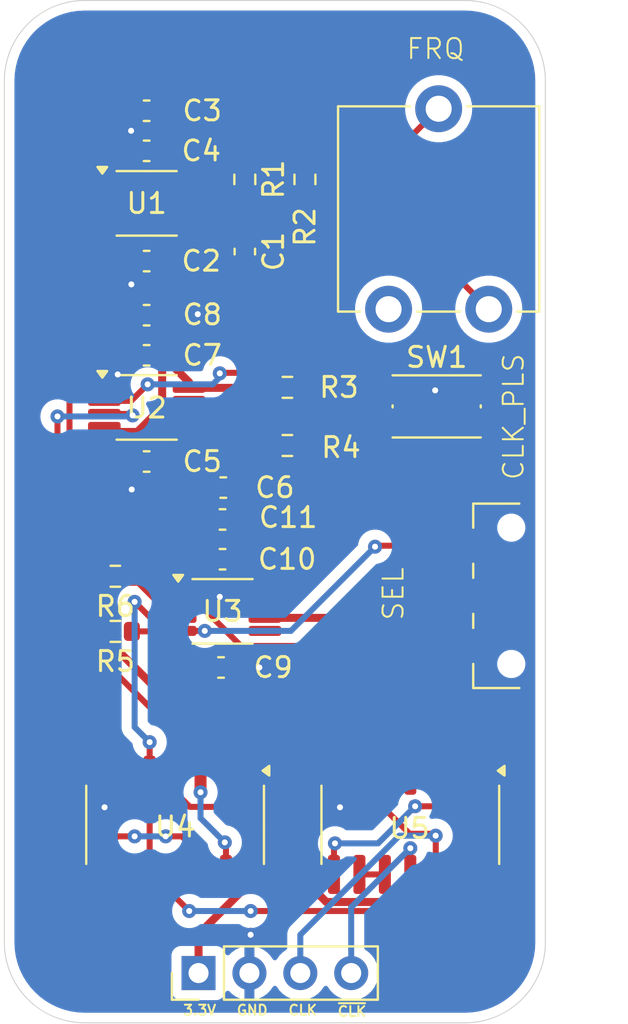
<source format=kicad_pcb>
(kicad_pcb (version 20240108) (generator "pcbnew") (generator_version "8.0")
  (layers (0 "F.Cu" signal) (31 "B.Cu" signal) (34 "B.Paste" user) (35 "F.Paste" user) (36 "B.SilkS" user "B.Silkscreen") (37 "F.SilkS" user "F.Silkscreen") (38 "B.Mask" user) (39 "F.Mask" user) (44 "Edge.Cuts" user))
  (net 0 "")
  (net 1 "Net-(U1-THR)")
  (net 2 "GND")
  (net 3 "VCC")
  (net 4 "Net-(U1-DIS)")
  (net 5 "Net-(R2-Pad2)")
  (net 7 "Net-(U2-CV)")
  (net 8 "Net-(U1-CV)")
  (net 9 "Net-(U2-DIS)")
  (net 10 "Net-(U3-CV)")
  (net 11 "Net-(U2-TR)")
  (net 12 "Net-(SW2-C)")
  (net 13 "Net-(SW2-A)")
  (net 14 "Net-(U1-Q)")
  (net 15 "Net-(U2-Q)")
  (net 17 "Net-(U3-Q)")
  (net 18 "Net-(U4-Pad10)")
  (net 19 "Net-(U4-Pad13)")
  (net 20 "Net-(U4-Pad11)")
  (net 21 "Net-(U4-Pad12)")
  (net 22 "Net-(J1-Pin_3)")
  (net 23 "Net-(U5-Pad2)")
  (net 24 "Net-(J1-Pin_4)")
  (net 25 "/HLT")
  (net 26 "Net-(U5-Pad3)")
  (footprint "Capacitor_SMD:C_0603_1608Metric" (layer "F.Cu") (at 43.1 59.5 180)
    (property "Reference" "C3" (at -2.775 0 0) (layer "F.SilkS"))
    (property "Value" "0.1µF")
    (fp_line (start -0.14058 0.51) (end 0.14058 0.51) (stroke (width 0.12)) (layer "F.SilkS"))
    (fp_line (start -0.14058 -0.51) (end 0.14058 -0.51) (stroke (width 0.12)) (layer "F.SilkS"))
    (pad "1" smd roundrect (at -0.775 0 180) (size 0.9 0.95) (layers "F.Cu" "F.Paste" "F.Mask") (net 3 "VCC"))
    (pad "2" smd roundrect (at 0.775 0 180) (size 0.9 0.95) (layers "F.Cu" "F.Paste" "F.Mask") (net 2 "GND"))
  )
  (footprint "Package_SO:VSSOP-8_3x3mm_P0.65mm" (layer "F.Cu") (at 46.8875 84.475)
    (property "Reference" "U3" (at 0 0 0) (layer "F.SilkS"))
    (property "Value" "LM555xMM" (hide yes))
    (fp_line (start 0 -1.61) (end -1.5 -1.61) (stroke (width 0.12)) (layer "F.SilkS"))
    (fp_line (start 0 -1.61) (end 1.5 -1.61) (stroke (width 0.12)) (layer "F.SilkS"))
    (fp_line (start 0 1.61) (end -1.5 1.61) (stroke (width 0.12)) (layer "F.SilkS"))
    (fp_line (start 0 1.61) (end 1.5 1.61) (stroke (width 0.12)) (layer "F.SilkS"))
    (fp_poly (pts (xy -2.2125 -1.485) (xy -2.4525 -1.815) (xy -1.9725 -1.815) (xy -2.2125 -1.485)) (stroke (width 0.12)) (fill solid) (layer "F.SilkS"))
    (pad "1" smd roundrect (at -2.1125 -0.975) (size 1.625 0.5) (layers "F.Cu" "F.Paste" "F.Mask") (net 2 "GND"))
    (pad "2" smd roundrect (at -2.1125 -0.325) (size 1.625 0.5) (layers "F.Cu" "F.Paste" "F.Mask") (net 13 "Net-(SW2-A)"))
    (pad "3" smd roundrect (at -2.1125 0.325) (size 1.625 0.5) (layers "F.Cu" "F.Paste" "F.Mask") (net 17 "Net-(U3-Q)"))
    (pad "4" smd roundrect (at -2.1125 0.975) (size 1.625 0.5) (layers "F.Cu" "F.Paste" "F.Mask") (net 12 "Net-(SW2-C)"))
    (pad "5" smd roundrect (at 2.1125 0.975) (size 1.625 0.5) (layers "F.Cu" "F.Paste" "F.Mask") (net 10 "Net-(U3-CV)"))
    (pad "6" smd roundrect (at 2.1125 0.325) (size 1.625 0.5) (layers "F.Cu" "F.Paste" "F.Mask") (net 2 "GND"))
    (pad "7" smd roundrect (at 2.1125 -0.325) (size 1.625 0.5) (layers "F.Cu" "F.Paste" "F.Mask"))
    (pad "8" smd roundrect (at 2.1125 -0.975) (size 1.625 0.5) (layers "F.Cu" "F.Paste" "F.Mask") (net 3 "VCC"))
  )
  (footprint "Capacitor_SMD:C_0603_1608Metric" (layer "F.Cu") (at 43.1 69.7)
    (property "Reference" "C8" (at 2.775 -0.025 0) (layer "F.SilkS"))
    (property "Value" "0.1µF")
    (fp_line (start -0.14058 -0.51) (end 0.14058 -0.51) (stroke (width 0.12)) (layer "F.SilkS"))
    (fp_line (start -0.14058 0.51) (end 0.14058 0.51) (stroke (width 0.12)) (layer "F.SilkS"))
    (pad "1" smd roundrect (at -0.775 0) (size 0.9 0.95) (layers "F.Cu" "F.Paste" "F.Mask") (net 3 "VCC"))
    (pad "2" smd roundrect (at 0.775 0) (size 0.9 0.95) (layers "F.Cu" "F.Paste" "F.Mask") (net 2 "GND"))
  )
  (footprint "Button_Switch_SMD:SW_SPDT_CK_JS102011SAQN" (layer "F.Cu") (at 61.3 83.7 90)
    (property "Reference" "SW2" (hide yes))
    (property "Value" "SW_SPDT")
    (fp_line (start 4.6 -1.9) (end 4.6 0.4) (stroke (width 0.12)) (layer "F.SilkS"))
    (fp_line (start 3.4 -1.9) (end 4.6 -1.9) (stroke (width 0.12)) (layer "F.SilkS"))
    (fp_line (start 1.6 -1.9) (end 0.9 -1.9) (stroke (width 0.12)) (layer "F.SilkS"))
    (fp_line (start -0.9 -1.9) (end -1.6 -1.9) (stroke (width 0.12)) (layer "F.SilkS"))
    (fp_line (start -4.6 -1.9) (end -3.4 -1.9) (stroke (width 0.12)) (layer "F.SilkS"))
    (fp_line (start -4.6 0.4) (end -4.6 -1.9) (stroke (width 0.12)) (layer "F.SilkS"))
    (pad "" np_thru_hole circle (at -3.4 0 90) (size 0.9 0.9) (drill 0.9) (layers "*.Cu" "*.Mask"))
    (pad "" np_thru_hole circle (at 3.4 0 90) (size 0.9 0.9) (drill 0.9) (layers "*.Cu" "*.Mask"))
    (pad "1" smd roundrect (at -2.5 -2.75 90) (size 1.25 2.5) (layers "F.Cu" "F.Paste" "F.Mask") (roundrect_rratio 0.2) (net 13 "Net-(SW2-A)"))
    (pad "2" smd roundrect (at 0 -2.75 90) (size 1.25 2.5) (layers "F.Cu" "F.Paste" "F.Mask") (roundrect_rratio 0.2) (net 2 "GND"))
    (pad "3" smd roundrect (at 2.5 -2.75 90) (size 1.25 2.5) (layers "F.Cu" "F.Paste" "F.Mask") (roundrect_rratio 0.2) (net 12 "Net-(SW2-C)"))
  )
  (footprint "Package_SO:SOIC-14_3.9x8.7mm_P1.27mm" (layer "F.Cu") (at 56.26 95.125 -90)
    (property "Reference" "U5" (at 0.175 0.04 180) (layer "F.SilkS"))
    (property "Value" "7400")
    (fp_line (start 0 4.435) (end -1.95 4.435) (stroke (width 0.12)) (layer "F.SilkS"))
    (fp_line (start 0 4.435) (end 1.95 4.435) (stroke (width 0.12)) (layer "F.SilkS"))
    (fp_line (start 0 -4.435) (end -1.95 -4.435) (stroke (width 0.12)) (layer "F.SilkS"))
    (fp_line (start 0 -4.435) (end 1.95 -4.435) (stroke (width 0.12)) (layer "F.SilkS"))
    (fp_poly (pts (xy -2.7 -4.37) (xy -2.94 -4.7) (xy -2.46 -4.7) (xy -2.7 -4.37)) (stroke (width 0.12)) (fill solid) (layer "F.SilkS"))
    (pad "1" smd roundrect (at -2.475 -3.81 270) (size 1.95 0.6) (layers "F.Cu" "F.Paste" "F.Mask") (net 20 "Net-(U4-Pad11)"))
    (pad "2" smd roundrect (at -2.475 -2.54 270) (size 1.95 0.6) (layers "F.Cu" "F.Paste" "F.Mask") (net 23 "Net-(U5-Pad2)"))
    (pad "3" smd roundrect (at -2.475 -1.27 270) (size 1.95 0.6) (layers "F.Cu" "F.Paste" "F.Mask") (net 26 "Net-(U5-Pad3)"))
    (pad "4" smd roundrect (at -2.475 0 270) (size 1.95 0.6) (layers "F.Cu" "F.Paste" "F.Mask") (net 26 "Net-(U5-Pad3)"))
    (pad "5" smd roundrect (at -2.475 1.27 270) (size 1.95 0.6) (layers "F.Cu" "F.Paste" "F.Mask") (net 26 "Net-(U5-Pad3)"))
    (pad "6" smd roundrect (at -2.475 2.54 270) (size 1.95 0.6) (layers "F.Cu" "F.Paste" "F.Mask") (net 22 "Net-(J1-Pin_3)"))
    (pad "7" smd roundrect (at -2.475 3.81 270) (size 1.95 0.6) (layers "F.Cu" "F.Paste" "F.Mask") (net 2 "GND"))
    (pad "8" smd roundrect (at 2.475 3.81 270) (size 1.95 0.6) (layers "F.Cu" "F.Paste" "F.Mask") (net 23 "Net-(U5-Pad2)"))
    (pad "9" smd roundrect (at 2.475 2.54 270) (size 1.95 0.6) (layers "F.Cu" "F.Paste" "F.Mask") (net 25 "/HLT"))
    (pad "10" smd roundrect (at 2.475 1.27 270) (size 1.95 0.6) (layers "F.Cu" "F.Paste" "F.Mask") (net 25 "/HLT"))
    (pad "11" smd roundrect (at 2.475 0 270) (size 1.95 0.6) (layers "F.Cu" "F.Paste" "F.Mask") (net 24 "Net-(J1-Pin_4)"))
    (pad "12" smd roundrect (at 2.475 -1.27 270) (size 1.95 0.6) (layers "F.Cu" "F.Paste" "F.Mask") (net 22 "Net-(J1-Pin_3)"))
    (pad "13" smd roundrect (at 2.475 -2.54 270) (size 1.95 0.6) (layers "F.Cu" "F.Paste" "F.Mask") (net 22 "Net-(J1-Pin_3)"))
    (pad "14" smd roundrect (at 2.475 -3.81 270) (size 1.95 0.6) (layers "F.Cu" "F.Paste" "F.Mask") (net 3 "VCC"))
  )
  (footprint "Resistor_SMD:R_0603_1608Metric" (layer "F.Cu") (at 50.125 76.2 180)
    (property "Reference" "R4" (at -2.675 -0.1 0) (layer "F.SilkS"))
    (property "Value" "1M")
    (fp_line (start -0.237258 0.5225) (end 0.237258 0.5225) (stroke (width 0.12)) (layer "F.SilkS"))
    (fp_line (start -0.237258 -0.5225) (end 0.237258 -0.5225) (stroke (width 0.12)) (layer "F.SilkS"))
    (pad "1" smd roundrect (at -0.825 0 180) (size 0.8 0.95) (layers "F.Cu" "F.Paste" "F.Mask") (net 3 "VCC"))
    (pad "2" smd roundrect (at 0.825 0 180) (size 0.8 0.95) (layers "F.Cu" "F.Paste" "F.Mask") (net 9 "Net-(U2-DIS)"))
  )
  (footprint "Capacitor_SMD:C_0603_1608Metric" (layer "F.Cu") (at 43.1 67 180)
    (property "Reference" "C2" (at -2.725 0 0) (layer "F.SilkS"))
    (property "Value" "0.01µF")
    (fp_line (start -0.14058 0.51) (end 0.14058 0.51) (stroke (width 0.12)) (layer "F.SilkS"))
    (fp_line (start -0.14058 -0.51) (end 0.14058 -0.51) (stroke (width 0.12)) (layer "F.SilkS"))
    (pad "1" smd roundrect (at -0.775 0 180) (size 0.9 0.95) (layers "F.Cu" "F.Paste" "F.Mask") (net 8 "Net-(U1-CV)"))
    (pad "2" smd roundrect (at 0.775 0 180) (size 0.9 0.95) (layers "F.Cu" "F.Paste" "F.Mask") (net 2 "GND"))
  )
  (footprint "Connector_PinHeader_2.54mm:PinHeader_1x04_P2.54mm_Vertical" (layer "F.Cu") (at 45.69 102.52 90)
    (property "Reference" "J1" (hide yes))
    (property "Value" "Conn_01x04_Pin" (hide yes))
    (fp_line (start -1.33 -1.33) (end 0 -1.33) (stroke (width 0.12)) (layer "F.SilkS"))
    (fp_line (start -1.33 0) (end -1.33 -1.33) (stroke (width 0.12)) (layer "F.SilkS"))
    (fp_line (start 1.33 1.27) (end 1.33 8.95) (stroke (width 0.12)) (layer "F.SilkS"))
    (fp_line (start -1.33 1.27) (end 1.33 1.27) (stroke (width 0.12)) (layer "F.SilkS"))
    (fp_line (start -1.33 1.27) (end -1.33 8.95) (stroke (width 0.12)) (layer "F.SilkS"))
    (fp_line (start -1.33 8.95) (end 1.33 8.95) (stroke (width 0.12)) (layer "F.SilkS"))
    (pad "1" thru_hole rect (at 0 0 90) (size 1.7 1.7) (drill 1) (layers "*.Cu" "*.Mask") (net 3 "VCC"))
    (pad "2" thru_hole oval (at 0 2.54 90) (size 1.7 1.7) (drill 1) (layers "*.Cu" "*.Mask") (net 2 "GND"))
    (pad "3" thru_hole oval (at 0 5.08 90) (size 1.7 1.7) (drill 1) (layers "*.Cu" "*.Mask") (net 22 "Net-(J1-Pin_3)"))
    (pad "4" thru_hole oval (at 0 7.62 90) (size 1.7 1.7) (drill 1) (layers "*.Cu" "*.Mask") (net 24 "Net-(J1-Pin_4)"))
  )
  (footprint "Resistor_SMD:R_0603_1608Metric" (layer "F.Cu") (at 48 62.925 -90)
    (property "Reference" "R1" (at 0 -1.43 90) (layer "F.SilkS"))
    (property "Value" "1K")
    (fp_line (start -0.237258 0.5225) (end 0.237258 0.5225) (stroke (width 0.12)) (layer "F.SilkS"))
    (fp_line (start -0.237258 -0.5225) (end 0.237258 -0.5225) (stroke (width 0.12)) (layer "F.SilkS"))
    (pad "1" smd roundrect (at -0.825 0 270) (size 0.8 0.95) (layers "F.Cu" "F.Paste" "F.Mask") (net 3 "VCC"))
    (pad "2" smd roundrect (at 0.825 0 270) (size 0.8 0.95) (layers "F.Cu" "F.Paste" "F.Mask") (net 4 "Net-(U1-DIS)"))
  )
  (footprint "Resistor_SMD:R_0603_1608Metric" (layer "F.Cu") (at 41.5375 85.475)
    (property "Reference" "R5" (at 0 1.5 0) (layer "F.SilkS"))
    (property "Value" "1K")
    (fp_line (start -0.237258 -0.5225) (end 0.237258 -0.5225) (stroke (width 0.12)) (layer "F.SilkS"))
    (fp_line (start -0.237258 0.5225) (end 0.237258 0.5225) (stroke (width 0.12)) (layer "F.SilkS"))
    (pad "1" smd roundrect (at -0.825 0) (size 0.8 0.95) (layers "F.Cu" "F.Paste" "F.Mask") (net 3 "VCC"))
    (pad "2" smd roundrect (at 0.825 0) (size 0.8 0.95) (layers "F.Cu" "F.Paste" "F.Mask") (net 12 "Net-(SW2-C)"))
  )
  (footprint "Capacitor_SMD:C_0603_1608Metric" (layer "F.Cu") (at 46.925 78.3 180)
    (property "Reference" "C6" (at -2.575 0 0) (layer "F.SilkS"))
    (property "Value" "0.1µF")
    (fp_line (start -0.14058 0.51) (end 0.14058 0.51) (stroke (width 0.12)) (layer "F.SilkS"))
    (fp_line (start -0.14058 -0.51) (end 0.14058 -0.51) (stroke (width 0.12)) (layer "F.SilkS"))
    (pad "1" smd roundrect (at -0.775 0 180) (size 0.9 0.95) (layers "F.Cu" "F.Paste" "F.Mask") (net 9 "Net-(U2-DIS)"))
    (pad "2" smd roundrect (at 0.775 0 180) (size 0.9 0.95) (layers "F.Cu" "F.Paste" "F.Mask") (net 2 "GND"))
  )
  (footprint "Package_SO:VSSOP-8_3x3mm_P0.65mm" (layer "F.Cu") (at 43.1 74.3)
    (property "Reference" "U2" (at 0 0.025 0) (layer "F.SilkS"))
    (property "Value" "LM555xMM" (hide yes))
    (fp_line (start 0 -1.61) (end -1.5 -1.61) (stroke (width 0.12)) (layer "F.SilkS"))
    (fp_line (start 0 -1.61) (end 1.5 -1.61) (stroke (width 0.12)) (layer "F.SilkS"))
    (fp_line (start 0 1.61) (end -1.5 1.61) (stroke (width 0.12)) (layer "F.SilkS"))
    (fp_line (start 0 1.61) (end 1.5 1.61) (stroke (width 0.12)) (layer "F.SilkS"))
    (fp_poly (pts (xy -2.2125 -1.485) (xy -2.4525 -1.815) (xy -1.9725 -1.815) (xy -2.2125 -1.485)) (stroke (width 0.12)) (fill solid) (layer "F.SilkS"))
    (pad "1" smd roundrect (at -2.1125 -0.975) (size 1.625 0.5) (layers "F.Cu" "F.Paste" "F.Mask") (net 2 "GND"))
    (pad "2" smd roundrect (at -2.1125 -0.325) (size 1.625 0.5) (layers "F.Cu" "F.Paste" "F.Mask") (net 11 "Net-(U2-TR)"))
    (pad "3" smd roundrect (at -2.1125 0.325) (size 1.625 0.5) (layers "F.Cu" "F.Paste" "F.Mask") (net 15 "Net-(U2-Q)"))
    (pad "4" smd roundrect (at -2.1125 0.975) (size 1.625 0.5) (layers "F.Cu" "F.Paste" "F.Mask") (net 3 "VCC"))
    (pad "5" smd roundrect (at 2.1125 0.975) (size 1.625 0.5) (layers "F.Cu" "F.Paste" "F.Mask") (net 7 "Net-(U2-CV)"))
    (pad "6" smd roundrect (at 2.1125 0.325) (size 1.625 0.5) (layers "F.Cu" "F.Paste" "F.Mask") (net 9 "Net-(U2-DIS)"))
    (pad "7" smd roundrect (at 2.1125 -0.325) (size 1.625 0.5) (layers "F.Cu" "F.Paste" "F.Mask") (net 9 "Net-(U2-DIS)"))
    (pad "8" smd roundrect (at 2.1125 -0.975) (size 1.625 0.5) (layers "F.Cu" "F.Paste" "F.Mask") (net 3 "VCC"))
  )
  (footprint "Capacitor_SMD:C_0603_1608Metric" (layer "F.Cu") (at 43.1 61.5 180)
    (property "Reference" "C4" (at -2.725 0 0) (layer "F.SilkS"))
    (property "Value" "1µF")
    (fp_line (start -0.14058 0.51) (end 0.14058 0.51) (stroke (width 0.12)) (layer "F.SilkS"))
    (fp_line (start -0.14058 -0.51) (end 0.14058 -0.51) (stroke (width 0.12)) (layer "F.SilkS"))
    (pad "1" smd roundrect (at -0.775 0 180) (size 0.9 0.95) (layers "F.Cu" "F.Paste" "F.Mask") (net 3 "VCC"))
    (pad "2" smd roundrect (at 0.775 0 180) (size 0.9 0.95) (layers "F.Cu" "F.Paste" "F.Mask") (net 2 "GND"))
  )
  (footprint "Package_SO:VSSOP-8_3x3mm_P0.65mm" (layer "F.Cu") (at 43.1 64.12)
    (property "Reference" "U1" (at 0 0 0) (layer "F.SilkS"))
    (property "Value" "LM555xMM" (hide yes))
    (fp_line (start 0 -1.61) (end -1.5 -1.61) (stroke (width 0.12)) (layer "F.SilkS"))
    (fp_line (start 0 -1.61) (end 1.5 -1.61) (stroke (width 0.12)) (layer "F.SilkS"))
    (fp_line (start 0 1.61) (end -1.5 1.61) (stroke (width 0.12)) (layer "F.SilkS"))
    (fp_line (start 0 1.61) (end 1.5 1.61) (stroke (width 0.12)) (layer "F.SilkS"))
    (fp_poly (pts (xy -2.2125 -1.485) (xy -2.4525 -1.815) (xy -1.9725 -1.815) (xy -2.2125 -1.485)) (stroke (width 0.12)) (fill solid) (layer "F.SilkS"))
    (pad "1" smd roundrect (at -2.1125 -0.975) (size 1.625 0.5) (layers "F.Cu" "F.Paste" "F.Mask") (net 2 "GND"))
    (pad "2" smd roundrect (at -2.1125 -0.325) (size 1.625 0.5) (layers "F.Cu" "F.Paste" "F.Mask") (net 1 "Net-(U1-THR)"))
    (pad "3" smd roundrect (at -2.1125 0.325) (size 1.625 0.5) (layers "F.Cu" "F.Paste" "F.Mask") (net 14 "Net-(U1-Q)"))
    (pad "4" smd roundrect (at -2.1125 0.975) (size 1.625 0.5) (layers "F.Cu" "F.Paste" "F.Mask") (net 3 "VCC"))
    (pad "5" smd roundrect (at 2.1125 0.975) (size 1.625 0.5) (layers "F.Cu" "F.Paste" "F.Mask") (net 8 "Net-(U1-CV)"))
    (pad "6" smd roundrect (at 2.1125 0.325) (size 1.625 0.5) (layers "F.Cu" "F.Paste" "F.Mask") (net 1 "Net-(U1-THR)"))
    (pad "7" smd roundrect (at 2.1125 -0.325) (size 1.625 0.5) (layers "F.Cu" "F.Paste" "F.Mask") (net 4 "Net-(U1-DIS)"))
    (pad "8" smd roundrect (at 2.1125 -0.975) (size 1.625 0.5) (layers "F.Cu" "F.Paste" "F.Mask") (net 3 "VCC"))
  )
  (footprint "Resistor_SMD:R_0603_1608Metric" (layer "F.Cu") (at 51 62.925 90)
    (property "Reference" "R2" (at -2.375 0 90) (layer "F.SilkS"))
    (property "Value" "1K")
    (fp_line (start -0.237258 -0.5225) (end 0.237258 -0.5225) (stroke (width 0.12)) (layer "F.SilkS"))
    (fp_line (start -0.237258 0.5225) (end 0.237258 0.5225) (stroke (width 0.12)) (layer "F.SilkS"))
    (pad "1" smd roundrect (at -0.825 0 90) (size 0.8 0.95) (layers "F.Cu" "F.Paste" "F.Mask") (net 4 "Net-(U1-DIS)"))
    (pad "2" smd roundrect (at 0.825 0 90) (size 0.8 0.95) (layers "F.Cu" "F.Paste" "F.Mask") (net 5 "Net-(R2-Pad2)"))
  )
  (footprint "Capacitor_SMD:C_0603_1608Metric" (layer "F.Cu") (at 48 66.525 -90)
    (property "Reference" "C1" (at 0 -1.43 90) (layer "F.SilkS"))
    (property "Value" "1µF")
    (fp_line (start -0.14058 0.51) (end 0.14058 0.51) (stroke (width 0.12)) (layer "F.SilkS"))
    (fp_line (start -0.14058 -0.51) (end 0.14058 -0.51) (stroke (width 0.12)) (layer "F.SilkS"))
    (pad "1" smd roundrect (at -0.775 0 270) (size 0.9 0.95) (layers "F.Cu" "F.Paste" "F.Mask") (net 1 "Net-(U1-THR)"))
    (pad "2" smd roundrect (at 0.775 0 270) (size 0.9 0.95) (layers "F.Cu" "F.Paste" "F.Mask") (net 2 "GND"))
  )
  (footprint "Capacitor_SMD:C_0603_1608Metric" (layer "F.Cu") (at 46.8875 81.875 180)
    (property "Reference" "C10" (at -3.225 0 0) (layer "F.SilkS"))
    (property "Value" "1µF")
    (fp_line (start -0.14058 0.51) (end 0.14058 0.51) (stroke (width 0.12)) (layer "F.SilkS"))
    (fp_line (start -0.14058 -0.51) (end 0.14058 -0.51) (stroke (width 0.12)) (layer "F.SilkS"))
    (pad "1" smd roundrect (at -0.775 0 180) (size 0.9 0.95) (layers "F.Cu" "F.Paste" "F.Mask") (net 3 "VCC"))
    (pad "2" smd roundrect (at 0.775 0 180) (size 0.9 0.95) (layers "F.Cu" "F.Paste" "F.Mask") (net 2 "GND"))
  )
  (footprint "Resistor_SMD:R_0603_1608Metric" (layer "F.Cu") (at 41.5375 82.725)
    (property "Reference" "R6" (at 0 1.5 0) (layer "F.SilkS"))
    (property "Value" "1K")
    (fp_line (start -0.237258 -0.5225) (end 0.237258 -0.5225) (stroke (width 0.12)) (layer "F.SilkS"))
    (fp_line (start -0.237258 0.5225) (end 0.237258 0.5225) (stroke (width 0.12)) (layer "F.SilkS"))
    (pad "1" smd roundrect (at -0.825 0) (size 0.8 0.95) (layers "F.Cu" "F.Paste" "F.Mask") (net 3 "VCC"))
    (pad "2" smd roundrect (at 0.825 0) (size 0.8 0.95) (layers "F.Cu" "F.Paste" "F.Mask") (net 13 "Net-(SW2-A)"))
  )
  (footprint "Button_Switch_SMD:SW_Push_1P1T_NO_CK_KMR2" (layer "F.Cu") (at 57.575 74.25)
    (property "Reference" "SW1" (at 0 -2.45 0) (layer "F.SilkS"))
    (property "Value" "SW_Push")
    (fp_line (start -2.2 0.05) (end -2.2 -0.05) (stroke (width 0.12)) (layer "F.SilkS"))
    (fp_line (start -2.2 1.55) (end 2.2 1.55) (stroke (width 0.12)) (layer "F.SilkS"))
    (fp_line (start 2.2 -1.55) (end -2.2 -1.55) (stroke (width 0.12)) (layer "F.SilkS"))
    (fp_line (start 2.2 0.05) (end 2.2 -0.05) (stroke (width 0.12)) (layer "F.SilkS"))
    (pad "1" smd rect (at -2.05 -0.8) (size 0.9 1) (layers "F.Cu" "F.Paste" "F.Mask") (net 2 "GND"))
    (pad "1" smd rect (at 2.05 -0.8) (size 0.9 1) (layers "F.Cu" "F.Paste" "F.Mask") (net 2 "GND"))
    (pad "2" smd rect (at -2.05 0.8) (size 0.9 1) (layers "F.Cu" "F.Paste" "F.Mask") (net 11 "Net-(U2-TR)"))
    (pad "2" smd rect (at 2.05 0.8) (size 0.9 1) (layers "F.Cu" "F.Paste" "F.Mask") (net 11 "Net-(U2-TR)"))
  )
  (footprint "Resistor_SMD:R_0603_1608Metric" (layer "F.Cu") (at 50.125 73.3 180)
    (property "Reference" "R3" (at -2.575 0 0) (layer "F.SilkS"))
    (property "Value" "1K")
    (fp_line (start -0.237258 0.5225) (end 0.237258 0.5225) (stroke (width 0.12)) (layer "F.SilkS"))
    (fp_line (start -0.237258 -0.5225) (end 0.237258 -0.5225) (stroke (width 0.12)) (layer "F.SilkS"))
    (pad "1" smd roundrect (at -0.825 0 180) (size 0.8 0.95) (layers "F.Cu" "F.Paste" "F.Mask") (net 11 "Net-(U2-TR)"))
    (pad "2" smd roundrect (at 0.825 0 180) (size 0.8 0.95) (layers "F.Cu" "F.Paste" "F.Mask") (net 3 "VCC"))
  )
  (footprint "Capacitor_SMD:C_0603_1608Metric" (layer "F.Cu") (at 43.1 71.7 180)
    (property "Reference" "C7" (at -2.775 0 0) (layer "F.SilkS"))
    (property "Value" "1µF")
    (fp_line (start -0.14058 0.51) (end 0.14058 0.51) (stroke (width 0.12)) (layer "F.SilkS"))
    (fp_line (start -0.14058 -0.51) (end 0.14058 -0.51) (stroke (width 0.12)) (layer "F.SilkS"))
    (pad "1" smd roundrect (at -0.775 0 180) (size 0.9 0.95) (layers "F.Cu" "F.Paste" "F.Mask") (net 3 "VCC"))
    (pad "2" smd roundrect (at 0.775 0 180) (size 0.9 0.95) (layers "F.Cu" "F.Paste" "F.Mask") (net 2 "GND"))
  )
  (footprint "Capacitor_SMD:C_0603_1608Metric" (layer "F.Cu") (at 46.8125 87.275)
    (property "Reference" "C9" (at 2.6 0 0) (layer "F.SilkS"))
    (property "Value" "0.01µF")
    (fp_line (start -0.14058 -0.51) (end 0.14058 -0.51) (stroke (width 0.12)) (layer "F.SilkS"))
    (fp_line (start -0.14058 0.51) (end 0.14058 0.51) (stroke (width 0.12)) (layer "F.SilkS"))
    (pad "1" smd roundrect (at -0.775 0) (size 0.9 0.95) (layers "F.Cu" "F.Paste" "F.Mask") (net 10 "Net-(U3-CV)"))
    (pad "2" smd roundrect (at 0.775 0) (size 0.9 0.95) (layers "F.Cu" "F.Paste" "F.Mask") (net 2 "GND"))
  )
  (footprint "Capacitor_SMD:C_0603_1608Metric" (layer "F.Cu") (at 46.8875 79.89)
    (property "Reference" "C11" (at 3.275 -0.1 0) (layer "F.SilkS"))
    (property "Value" "0.1µF")
    (fp_line (start -0.14058 -0.51) (end 0.14058 -0.51) (stroke (width 0.12)) (layer "F.SilkS"))
    (fp_line (start -0.14058 0.51) (end 0.14058 0.51) (stroke (width 0.12)) (layer "F.SilkS"))
    (pad "1" smd roundrect (at -0.775 0) (size 0.9 0.95) (layers "F.Cu" "F.Paste" "F.Mask") (net 3 "VCC"))
    (pad "2" smd roundrect (at 0.775 0) (size 0.9 0.95) (layers "F.Cu" "F.Paste" "F.Mask") (net 2 "GND"))
  )
  (footprint "Package_SO:SOIC-14_3.9x8.7mm_P1.27mm" (layer "F.Cu") (at 44.52 95.125 -90)
    (property "Reference" "U4" (at 0.1 0 180) (layer "F.SilkS"))
    (property "Value" "7400")
    (fp_line (start 0 4.435) (end -1.95 4.435) (stroke (width 0.12)) (layer "F.SilkS"))
    (fp_line (start 0 4.435) (end 1.95 4.435) (stroke (width 0.12)) (layer "F.SilkS"))
    (fp_line (start 0 -4.435) (end -1.95 -4.435) (stroke (width 0.12)) (layer "F.SilkS"))
    (fp_line (start 0 -4.435) (end 1.95 -4.435) (stroke (width 0.12)) (layer "F.SilkS"))
    (fp_poly (pts (xy -2.7 -4.37) (xy -2.94 -4.7) (xy -2.46 -4.7) (xy -2.7 -4.37)) (stroke (width 0.12)) (fill solid) (layer "F.SilkS"))
    (pad "1" smd roundrect (at -2.475 -3.81 270) (size 1.95 0.6) (layers "F.Cu" "F.Paste" "F.Mask") (net 17 "Net-(U3-Q)"))
    (pad "2" smd roundrect (at -2.475 -2.54 270) (size 1.95 0.6) (layers "F.Cu" "F.Paste" "F.Mask") (net 14 "Net-(U1-Q)"))
    (pad "3" smd roundrect (at -2.475 -1.27 270) (size 1.95 0.6) (layers "F.Cu" "F.Paste" "F.Mask") (net 19 "Net-(U4-Pad13)"))
    (pad "4" smd roundrect (at -2.475 0 270) (size 1.95 0.6) (layers "F.Cu" "F.Paste" "F.Mask") (net 17 "Net-(U3-Q)"))
    (pad "5" smd roundrect (at -2.475 1.27 270) (size 1.95 0.6) (layers "F.Cu" "F.Paste" "F.Mask") (net 17 "Net-(U3-Q)"))
    (pad "6" smd roundrect (at -2.475 2.54 270) (size 1.95 0.6) (layers "F.Cu" "F.Paste" "F.Mask") (net 18 "Net-(U4-Pad10)"))
    (pad "7" smd roundrect (at -2.475 3.81 270) (size 1.95 0.6) (layers "F.Cu" "F.Paste" "F.Mask") (net 2 "GND"))
    (pad "8" smd roundrect (at 2.475 3.81 270) (size 1.95 0.6) (layers "F.Cu" "F.Paste" "F.Mask") (net 21 "Net-(U4-Pad12)"))
    (pad "9" smd roundrect (at 2.475 2.54 270) (size 1.95 0.6) (layers "F.Cu" "F.Paste" "F.Mask") (net 15 "Net-(U2-Q)"))
    (pad "10" smd roundrect (at 2.475 1.27 270) (size 1.95 0.6) (layers "F.Cu" "F.Paste" "F.Mask") (net 18 "Net-(U4-Pad10)"))
    (pad "11" smd roundrect (at 2.475 0 270) (size 1.95 0.6) (layers "F.Cu" "F.Paste" "F.Mask") (net 20 "Net-(U4-Pad11)"))
    (pad "12" smd roundrect (at 2.475 -1.27 270) (size 1.95 0.6) (layers "F.Cu" "F.Paste" "F.Mask") (net 21 "Net-(U4-Pad12)"))
    (pad "13" smd roundrect (at 2.475 -2.54 270) (size 1.95 0.6) (layers "F.Cu" "F.Paste" "F.Mask") (net 19 "Net-(U4-Pad13)"))
    (pad "14" smd roundrect (at 2.475 -3.81 270) (size 1.95 0.6) (layers "F.Cu" "F.Paste" "F.Mask") (net 3 "VCC"))
  )
  (footprint "Capacitor_SMD:C_0603_1608Metric" (layer "F.Cu") (at 43.1 77 180)
    (property "Reference" "C5" (at -2.775 0 0) (layer "F.SilkS"))
    (property "Value" "0.01µF")
    (fp_line (start -0.14058 0.51) (end 0.14058 0.51) (stroke (width 0.12)) (layer "F.SilkS"))
    (fp_line (start -0.14058 -0.51) (end 0.14058 -0.51) (stroke (width 0.12)) (layer "F.SilkS"))
    (pad "1" smd roundrect (at -0.775 0 180) (size 0.9 0.95) (layers "F.Cu" "F.Paste" "F.Mask") (net 7 "Net-(U2-CV)"))
    (pad "2" smd roundrect (at 0.775 0 180) (size 0.9 0.95) (layers "F.Cu" "F.Paste" "F.Mask") (net 2 "GND"))
  )
  (footprint "Potentiometer_THT:Potentiometer_ACP_CA9-V10_Vertical" (layer "F.Cu") (at 60.175 69.4 90)
    (property "Reference" "RV1" (hide yes))
    (property "Value" "1M")
    (fp_line (start 10.12 -7.521) (end 10.12 -3.925) (stroke (width 0.12)) (layer "F.SilkS"))
    (fp_line (start -0.12 -7.521) (end 10.12 -7.521) (stroke (width 0.12)) (layer "F.SilkS"))
    (fp_line (start -0.12 -7.521) (end -0.12 -6.426) (stroke (width 0.12)) (layer "F.SilkS"))
    (fp_line (start -0.12 -3.574) (end -0.12 -1.425) (stroke (width 0.12)) (layer "F.SilkS"))
    (fp_line (start 10.12 -1.075) (end 10.12 2.52) (stroke (width 0.12)) (layer "F.SilkS"))
    (fp_line (start -0.12 1.425) (end -0.12 2.52) (stroke (width 0.12)) (layer "F.SilkS"))
    (fp_line (start -0.12 2.52) (end 10.12 2.52) (stroke (width 0.12)) (layer "F.SilkS"))
    (pad "1" thru_hole circle (at 0 0 90) (size 2.34 2.34) (drill 1.3) (layers "*.Cu" "*.Mask") (net 1 "Net-(U1-THR)"))
    (pad "2" thru_hole circle (at 10 -2.5 90) (size 2.34 2.34) (drill 1.3) (layers "*.Cu" "*.Mask") (net 5 "Net-(R2-Pad2)"))
    (pad "3" thru_hole circle (at 0 -5 90) (size 2.34 2.34) (drill 1.3) (layers "*.Cu" "*.Mask"))
  )
  (gr_line (start 36 101) (end 36 58) (stroke (width 0.05)) (layer "Edge.Cuts"))
  (gr_arc (start 40 105) (mid 37.171573 103.828427) (end 36 101) (stroke (width 0.05)) (layer "Edge.Cuts"))
  (gr_line (start 63 58) (end 63 101) (stroke (width 0.05)) (layer "Edge.Cuts"))
  (gr_line (start 40 105) (end 59 105) (stroke (width 0.05)) (layer "Edge.Cuts"))
  (gr_arc (start 36 58) (mid 37.171573 55.171573) (end 40 54) (stroke (width 0.05)) (layer "Edge.Cuts"))
  (gr_arc (start 59 54) (mid 61.828427 55.171573) (end 63 58) (stroke (width 0.05)) (layer "Edge.Cuts"))
  (gr_arc (start 63 101) (mid 61.828427 103.828427) (end 59 105) (stroke (width 0.05)) (layer "Edge.Cuts"))
  (gr_line (start 40 54) (end 59 54) (stroke (width 0.05)) (layer "Edge.Cuts"))
  (gr_text "GND" (at 47.543173 104.663333 0) (layer "F.SilkS") (effects (font (size 0.5 0.5) (thickness 0.1)) (justify left bottom)))
  (gr_text "CLK_PLS\n" (at 62 78 90) (layer "F.SilkS") (effects (font (size 1 1) (thickness 0.1)) (justify left bottom)))
  (gr_text "3.3V" (at 44.87 104.663333 0) (layer "F.SilkS") (effects (font (size 0.5 0.5) (thickness 0.1)) (justify left bottom)))
  (gr_text "~{CLK}\n" (at 52.58 104.73 0) (layer "F.SilkS") (effects (font (size 0.5 0.5) (thickness 0.1)) (justify left bottom)))
  (gr_text "FRQ" (at 56 57 0) (layer "F.SilkS") (effects (font (size 1 1) (thickness 0.1)) (justify left bottom)))
  (gr_text "CLK\n" (at 50.12111 104.663333 0) (layer "F.SilkS") (effects (font (size 0.5 0.5) (thickness 0.1)) (justify left bottom)))
  (gr_text "SEL\n" (at 56 85 90) (layer "F.SilkS") (effects (font (size 1 1) (thickness 0.1)) (justify left bottom)))
  (segment (start 48 65.75) (end 46.695 64.445) (width 0.3) (layer "F.Cu") (net 1))
  (segment (start 48 65.75) (end 56.525 65.75) (width 0.3) (layer "F.Cu") (net 1))
  (segment (start 56.525 65.75) (end 60.175 69.4) (width 0.3) (layer "F.Cu") (net 1))
  (segment (start 40.9875 63.795) (end 43.125216 63.795) (width 0.3) (layer "F.Cu") (net 1))
  (segment (start 46.695 64.445) (end 45.2125 64.445) (width 0.3) (layer "F.Cu") (net 1))
  (segment (start 43.775216 64.445) (end 45.2125 64.445) (width 0.3) (layer "F.Cu") (net 1))
  (segment (start 43.125216 63.795) (end 43.775216 64.445) (width 0.3) (layer "F.Cu") (net 1))
  (segment (start 42.325 78.365) (end 42.355 78.395) (width 0.4) (layer "F.Cu") (net 2))
  (segment (start 42.325 68.15) (end 42.3375 68.1625) (width 0.4) (layer "F.Cu") (net 2))
  (segment (start 43.875 69.7) (end 45.6 69.7) (width 0.4) (layer "F.Cu") (net 2))
  (segment (start 40.71 93.96) (end 41 94.25) (width 0.4) (layer "F.Cu") (net 2))
  (segment (start 40.9875 63.145) (end 42.325 61.8075) (width 0.4) (layer "F.Cu") (net 2))
  (segment (start 42.325 61.8075) (end 42.325 61.5) (width 0.4) (layer "F.Cu") (net 2))
  (segment (start 42.355 78.395) (end 46.055 78.395) (width 0.4) (layer "F.Cu") (net 2))
  (segment (start 46.75 83.75) (end 46.5 83.5) (width 0.4) (layer "F.Cu") (net 2))
  (segment (start 45.65 69.65) (end 48 67.3) (width 0.4) (layer "F.Cu") (net 2))
  (segment (start 40.71 92.65) (end 40.71 93.96) (width 0.4) (layer "F.Cu") (net 2))
  (segment (start 52.45 93.95) (end 52.75 94.25) (width 0.4) (layer "F.Cu") (net 2))
  (segment (start 55.525 73.45) (end 57.5 73.45) (width 0.4) (layer "F.Cu") (net 2))
  (segment (start 46.1125 82.1625) (end 44.775 83.5) (width 0.4) (layer "F.Cu") (net 2))
  (segment (start 42.325 71.9875) (end 41.65625 72.65625) (width 0.4) (layer "F.Cu") (net 2))
  (segment (start 41.65625 72.65625) (end 40.9875 73.325) (width 0.4) (layer "F.Cu") (net 2))
  (segment (start 52.45 92.65) (end 52.45 93.95) (width 0.4) (layer "F.Cu") (net 2))
  (segment (start 45.6 69.7) (end 45.65 69.65) (width 0.4) (layer "F.Cu") (net 2))
  (segment (start 47.6625 79.89) (end 47.6625 79.8125) (width 0.4) (layer "F.Cu") (net 2))
  (segment (start 48.23 102.52) (end 48.23 100.67) (width 0.4) (layer "F.Cu") (net 2))
  (segment (start 42.325 71.7) (end 42.325 71.9875) (width 0.4) (layer "F.Cu") (net 2))
  (segment (start 46.5 83.5) (end 44.775 83.5) (width 0.4) (layer "F.Cu") (net 2))
  (segment (start 42.3375 68.1625) (end 43.875 69.7) (width 0.4) (layer "F.Cu") (net 2))
  (segment (start 48.23 100.67) (end 48.29 100.61) (width 0.4) (layer "F.Cu") (net 2))
  (segment (start 57.5 73.45) (end 59.625 73.45) (width 0.4) (layer "F.Cu") (net 2))
  (segment (start 42.325 67) (end 42.325 68.15) (width 0.4) (layer "F.Cu") (net 2))
  (segment (start 57.45 84.8) (end 58.55 83.7) (width 0.4) (layer "F.Cu") (net 2))
  (segment (start 42.325 77) (end 42.325 78.365) (width 0.4) (layer "F.Cu") (net 2))
  (segment (start 46.1125 81.875) (end 46.1125 82.1625) (width 0.4) (layer "F.Cu") (net 2))
  (segment (start 42.325 60.5) (end 42.325 59.5) (width 0.4) (layer "F.Cu") (net 2))
  (segment (start 49 84.8) (end 57.45 84.8) (width 0.4) (layer "F.Cu") (net 2))
  (segment (start 47.5875 87.275) (end 48.725 87.275) (width 0.4) (layer "F.Cu") (net 2))
  (segment (start 47.6625 79.8125) (end 46.15 78.3) (width 0.4) (layer "F.Cu") (net 2))
  (segment (start 42.325 61.5) (end 42.325 60.5) (width 0.4) (layer "F.Cu") (net 2))
  (segment (start 46.055 78.395) (end 46.15 78.3) (width 0.4) (layer "F.Cu") (net 2))
  (via (at 45.65 69.65) (size 0.7) (drill 0.3) (layers "F.Cu" "B.Cu") (net 2))
  (via (at 41.65625 72.65625) (size 0.7) (drill 0.3) (layers "F.Cu" "B.Cu") (net 2))
  (via (at 42.3375 68.1625) (size 0.7) (drill 0.3) (layers "F.Cu" "B.Cu") (net 2))
  (via (at 48.29 100.61) (size 0.7) (drill 0.3) (layers "F.Cu" "B.Cu") (net 2))
  (via (at 57.5 73.45) (size 0.7) (drill 0.3) (layers "F.Cu" "B.Cu") (net 2))
  (via (at 52.75 94.25) (size 0.7) (drill 0.3) (layers "F.Cu" "B.Cu") (net 2))
  (via (at 48.725 87.275) (size 0.7) (drill 0.3) (layers "F.Cu" "B.Cu") (net 2))
  (via (at 42.355 78.395) (size 0.7) (drill 0.3) (layers "F.Cu" "B.Cu") (net 2))
  (via (at 46.75 83.75) (size 0.7) (drill 0.3) (layers "F.Cu" "B.Cu") (net 2))
  (via (at 42.325 60.5) (size 0.7) (drill 0.3) (layers "F.Cu" "B.Cu") (net 2))
  (via (at 41 94.25) (size 0.7) (drill 0.3) (layers "F.Cu" "B.Cu") (net 2))
  (segment (start 50.715 95.215) (end 50.85 95.08) (width 0.4) (layer "F.Cu") (net 3))
  (segment (start 45.2125 73.0375) (end 43.875 71.7) (width 0.4) (layer "F.Cu") (net 3))
  (segment (start 49.3 74.55) (end 50.95 76.2) (width 0.4) (layer "F.Cu") (net 3))
  (segment (start 46.955 63.145) (end 48 62.1) (width 0.4) (layer "F.Cu") (net 3))
  (segment (start 46.1125 80.325) (end 47.6625 81.875) (width 0.4) (layer "F.Cu") (net 3))
  (segment (start 52.068026 98.975) (end 59.181974 98.975) (width 0.4) (layer "F.Cu") (net 3))
  (segment (start 40.7125 85.475) (end 40.7125 82.725) (width 0.4) (layer "F.Cu") (net 3))
  (segment (start 43.875 61.8075) (end 45.2125 63.145) (width 0.4) (layer "F.Cu") (net 3))
  (segment (start 40.9875 75.275) (end 41.237499 75.524999) (width 0.4) (layer "F.Cu") (net 3))
  (segment (start 43.875 74.285661) (end 43.875 71.7) (width 0.4) (layer "F.Cu") (net 3))
  (segment (start 49.275 73.325) (end 49.3 73.3) (width 0.4) (layer "F.Cu") (net 3))
  (segment (start 50.85 97.756974) (end 52.068026 98.975) (width 0.4) (layer "F.Cu") (net 3))
  (segment (start 46.1125 79.89) (end 46.1125 80.325) (width 0.4) (layer "F.Cu") (net 3))
  (segment (start 45.69 102.52) (end 45.69 100.585552) (width 0.4) (layer "F.Cu") (net 3))
  (segment (start 40.9875 78.5775) (end 42.3 79.89) (width 0.4) (layer "F.Cu") (net 3))
  (segment (start 48.33 97.945552) (end 48.33 97.6) (width 0.4) (layer "F.Cu") (net 3))
  (segment (start 42.325 70.15) (end 43.875 71.7) (width 0.4) (layer "F.Cu") (net 3))
  (segment (start 42.3 79.89) (end 46.1125 79.89) (width 0.4) (layer "F.Cu") (net 3))
  (segment (start 45.2125 73.325) (end 45.2125 73.0375) (width 0.4) (layer "F.Cu") (net 3))
  (segment (start 40.9875 68.3625) (end 42.325 69.7) (width 0.4) (layer "F.Cu") (net 3))
  (segment (start 49.3 73.3) (end 49.3 74.55) (width 0.4) (layer "F.Cu") (net 3))
  (segment (start 48.33 97.6) (end 50.715 95.215) (width 0.4) (layer "F.Cu") (net 3))
  (segment (start 42.635662 75.524999) (end 43.875 74.285661) (width 0.4) (layer "F.Cu") (net 3))
  (segment (start 42.325 69.7) (end 42.325 70.15) (width 0.4) (layer "F.Cu") (net 3))
  (segment (start 50.85 95.08) (end 50.85 92.1) (width 0.4) (layer "F.Cu") (net 3))
  (segment (start 60.07 98.086974) (end 60.07 97.6) (width 0.4) (layer "F.Cu") (net 3))
  (segment (start 44.7375 89.5) (end 40.7125 85.475) (width 0.4) (layer "F.Cu") (net 3))
  (segment (start 45.2125 73.325) (end 49.275 73.325) (width 0.4) (layer "F.Cu") (net 3))
  (segment (start 40.7125 82.725) (end 40.7125 81.4775) (width 0.4) (layer "F.Cu") (net 3))
  (segment (start 48.25 89.5) (end 44.7375 89.5) (width 0.4) (layer "F.Cu") (net 3))
  (segment (start 45.69 100.585552) (end 48.33 97.945552) (width 0.4) (layer "F.Cu") (net 3))
  (segment (start 40.9875 75.275) (end 40.9875 78.5775) (width 0.4) (layer "F.Cu") (net 3))
  (segment (start 50.85 92.1) (end 48.25 89.5) (width 0.4) (layer "F.Cu") (net 3))
  (segment (start 45.2125 63.145) (end 46.955 63.145) (width 0.4) (layer "F.Cu") (net 3))
  (segment (start 41.237499 75.524999) (end 42.635662 75.524999) (width 0.4) (layer "F.Cu") (net 3))
  (segment (start 40.9875 65.095) (end 40.9875 68.3625) (width 0.4) (layer "F.Cu") (net 3))
  (segment (start 49 83.2125) (end 47.6625 81.875) (width 0.4) (layer "F.Cu") (net 3))
  (segment (start 43.875 61.5) (end 43.875 59.5) (width 0.4) (layer "F.Cu") (net 3))
  (segment (start 40.7125 81.4775) (end 42.3 79.89) (width 0.4) (layer "F.Cu") (net 3))
  (segment (start 59.181974 98.975) (end 60.07 98.086974) (width 0.4) (layer "F.Cu") (net 3))
  (segment (start 43.875 61.5) (end 43.875 61.8075) (width 0.4) (layer "F.Cu") (net 3))
  (segment (start 49 83.5) (end 49 83.2125) (width 0.4) (layer "F.Cu") (net 3))
  (segment (start 50.85 95.08) (end 50.85 97.756974) (width 0.4) (layer "F.Cu") (net 3))
  (segment (start 47.955 63.795) (end 48 63.75) (width 0.3) (layer "F.Cu") (net 4))
  (segment (start 48 63.75) (end 51 63.75) (width 0.3) (layer "F.Cu") (net 4))
  (segment (start 45.2125 63.795) (end 47.955 63.795) (width 0.3) (layer "F.Cu") (net 4))
  (segment (start 54.975 62.1) (end 57.675 59.4) (width 0.3) (layer "F.Cu") (net 5))
  (segment (start 51 62.1) (end 54.975 62.1) (width 0.3) (layer "F.Cu") (net 5))
  (segment (start 45.2125 75.275) (end 45.2125 75.6625) (width 0.3) (layer "F.Cu") (net 7))
  (segment (start 45.2125 75.6625) (end 43.875 77) (width 0.3) (layer "F.Cu") (net 7))
  (segment (start 43.875 67) (end 43.875 66.4325) (width 0.3) (layer "F.Cu") (net 8))
  (segment (start 43.875 66.4325) (end 45.2125 65.095) (width 0.3) (layer "F.Cu") (net 8))
  (segment (start 45.2125 74.625) (end 47.725 74.625) (width 0.3) (layer "F.Cu") (net 9))
  (segment (start 47.7 78.3) (end 47.7 77.8) (width 0.3) (layer "F.Cu") (net 9))
  (segment (start 45.2125 73.975) (end 45.2125 74.625) (width 0.3) (layer "F.Cu") (net 9))
  (segment (start 47.725 74.625) (end 49.3 76.2) (width 0.3) (layer "F.Cu") (net 9))
  (segment (start 47.7 77.8) (end 49.3 76.2) (width 0.3) (layer "F.Cu") (net 9))
  (segment (start 40.9875 73.975) (end 42.325 73.975) (width 0.3) (layer "F.Cu") (net 11))
  (segment (start 46.75 72.6) (end 46.775 72.575) (width 0.3) (layer "F.Cu") (net 11))
  (segment (start 50.225 72.575) (end 50.95 73.3) (width 0.3) (layer "F.Cu") (net 11))
  (segment (start 55.525 75.05) (end 59.625 75.05) (width 0.3) (layer "F.Cu") (net 11))
  (segment (start 50.95 73.3) (end 53.775 73.3) (width 0.3) (layer "F.Cu") (net 11))
  (segment (start 46.775 72.575) (end 50.225 72.575) (width 0.3) (layer "F.Cu") (net 11))
  (segment (start 53.775 73.3) (end 55.525 75.05) (width 0.3) (layer "F.Cu") (net 11))
  (segment (start 42.325 73.975) (end 43.15 73.15) (width 0.3) (layer "F.Cu") (net 11))
  (via (at 46.75 72.6) (size 0.7) (drill 0.3) (layers "F.Cu" "B.Cu") (net 11))
  (via (at 43.15 73.15) (size 0.7) (drill 0.3) (layers "F.Cu" "B.Cu") (net 11))
  (segment (start 43.15 73.15) (end 46.398529 73.15) (width 0.3) (layer "B.Cu") (net 11))
  (segment (start 46.398529 73.15) (end 46.75 72.798529) (width 0.3) (layer "B.Cu") (net 11))
  (segment (start 46.75 72.798529) (end 46.75 72.6) (width 0.3) (layer "B.Cu") (net 11))
  (segment (start 54.5 81.25) (end 54.55 81.2) (width 0.3) (layer "F.Cu") (net 12))
  (segment (start 42.3625 85.475) (end 44.75 85.475) (width 0.3) (layer "F.Cu") (net 12))
  (segment (start 54.55 81.2) (end 58.55 81.2) (width 0.3) (layer "F.Cu") (net 12))
  (segment (start 44.75 85.475) (end 44.775 85.45) (width 0.3) (layer "F.Cu") (net 12))
  (segment (start 46 85.45) (end 46.05 85.45) (width 0.3) (layer "F.Cu") (net 12))
  (segment (start 44.775 85.45) (end 46 85.45) (width 0.3) (layer "F.Cu") (net 12))
  (via (at 46 85.45) (size 0.7) (drill 0.3) (layers "F.Cu" "B.Cu") (net 12))
  (via (at 54.5 81.25) (size 0.7) (drill 0.3) (layers "F.Cu" "B.Cu") (net 12))
  (segment (start 50.3 85.45) (end 54.5 81.25) (width 0.3) (layer "B.Cu") (net 12))
  (segment (start 46 85.45) (end 50.3 85.45) (width 0.3) (layer "B.Cu") (net 12))
  (segment (start 44.775 84.15) (end 45.756908 84.15) (width 0.3) (layer "F.Cu") (net 13))
  (segment (start 45.756908 84.15) (end 47.806908 86.2) (width 0.3) (layer "F.Cu") (net 13))
  (segment (start 47.806908 86.2) (end 58.55 86.2) (width 0.3) (layer "F.Cu") (net 13))
  (segment (start 43.7875 84.15) (end 44.775 84.15) (width 0.3) (layer "F.Cu") (net 13))
  (segment (start 42.3625 82.725) (end 43.7875 84.15) (width 0.3) (layer "F.Cu") (net 13))
  (segment (start 40.9875 64.445) (end 40.149784 64.445) (width 0.3) (layer "F.Cu") (net 14))
  (segment (start 47.06 91.56) (end 47.06 92.65) (width 0.3) (layer "F.Cu") (net 14))
  (segment (start 40.279142 86.3) (end 40.3 86.3) (width 0.3) (layer "F.Cu") (net 14))
  (segment (start 40.3 86.3) (end 44.25 90.25) (width 0.3) (layer "F.Cu") (net 14))
  (segment (start 39.25 65.344784) (end 39.25 85.270858) (width 0.3) (layer "F.Cu") (net 14))
  (segment (start 45.75 90.25) (end 47.06 91.56) (width 0.3) (layer "F.Cu") (net 14))
  (segment (start 44.25 90.25) (end 45.75 90.25) (width 0.3) (layer "F.Cu") (net 14))
  (segment (start 40.149784 64.445) (end 39.25 65.344784) (width 0.3) (layer "F.Cu") (net 14))
  (segment (start 39.25 85.270858) (end 40.279142 86.3) (width 0.3) (layer "F.Cu") (net 14))
  (segment (start 39.25 99.2) (end 41.354999 99.2) (width 0.3) (layer "F.Cu") (net 15))
  (segment (start 38.65 98.6) (end 39.25 99.2) (width 0.3) (layer "F.Cu") (net 15))
  (segment (start 41.354999 99.2) (end 41.98 98.574999) (width 0.3) (layer "F.Cu") (net 15))
  (segment (start 38.65 74.75) (end 38.65 98.6) (width 0.3) (layer "F.Cu") (net 15))
  (segment (start 41.98 98.574999) (end 41.98 97.6) (width 0.3) (layer "F.Cu") (net 15))
  (segment (start 42.325 74.625) (end 42.4 74.7) (width 0.3) (layer "F.Cu") (net 15))
  (segment (start 40.9875 74.625) (end 42.325 74.625) (width 0.3) (layer "F.Cu") (net 15))
  (via (at 38.65 74.75) (size 0.7) (drill 0.3) (layers "F.Cu" "B.Cu") (net 15))
  (via (at 42.4 74.7) (size 0.7) (drill 0.3) (layers "F.Cu" "B.Cu") (net 15))
  (segment (start 38.65 74.75) (end 42.35 74.75) (width 0.3) (layer "B.Cu") (net 15))
  (segment (start 42.35 74.75) (end 42.4 74.7) (width 0.3) (layer "B.Cu") (net 15))
  (segment (start 47.024842 94.23) (end 48.33 92.924842) (width 0.3) (layer "F.Cu") (net 17))
  (segment (start 48.33 92.924842) (end 48.33 92.65) (width 0.3) (layer "F.Cu") (net 17))
  (segment (start 43.25 92.65) (end 43.25 91) (width 0.3) (layer "F.Cu") (net 17))
  (segment (start 44.75 84.75) (end 43.25 84.75) (width 0.3) (layer "F.Cu") (net 17))
  (segment (start 44.52 92.65) (end 44.52 93.49) (width 0.3) (layer "F.Cu") (net 17))
  (segment (start 45.26 94.23) (end 47.024842 94.23) (width 0.3) (layer "F.Cu") (net 17))
  (segment (start 44.775 84.775) (end 44.75 84.75) (width 0.3) (layer "F.Cu") (net 17))
  (segment (start 43.25 92.65) (end 44.52 92.65) (width 0.3) (layer "F.Cu") (net 17))
  (segment (start 44.52 93.49) (end 45.26 94.23) (width 0.3) (layer "F.Cu") (net 17))
  (segment (start 44.775 84.8) (end 44.775 84.775) (width 0.3) (layer "F.Cu") (net 17))
  (segment (start 43.25 84.75) (end 42.5 84) (width 0.3) (layer "F.Cu") (net 17))
  (via (at 42.5 84) (size 0.7) (drill 0.3) (layers "F.Cu" "B.Cu") (net 17))
  (via (at 43.25 91) (size 0.7) (drill 0.3) (layers "F.Cu" "B.Cu") (net 17))
  (segment (start 42.5 84) (end 42.5 90.25) (width 0.3) (layer "B.Cu") (net 17))
  (segment (start 42.5 90.25) (end 43.25 91) (width 0.3) (layer "B.Cu") (net 17))
  (segment (start 43.25 97.6) (end 43.25 94.336262) (width 0.3) (layer "F.Cu") (net 18))
  (segment (start 43.25 94.336262) (end 41.98 93.066262) (width 0.3) (layer "F.Cu") (net 18))
  (segment (start 41.98 93.066262) (end 41.98 92.65) (width 0.3) (layer "F.Cu") (net 18))
  (segment (start 45.79 93.5) (end 45.79 93.624999) (width 0.3) (layer "F.Cu") (net 19))
  (segment (start 47.06 96.06) (end 47 96) (width 0.3) (layer "F.Cu") (net 19))
  (segment (start 45.79 92.65) (end 45.79 93.5) (width 0.3) (layer "F.Cu") (net 19))
  (segment (start 47.06 97.6) (end 47.06 96.06) (width 0.3) (layer "F.Cu") (net 19))
  (via (at 45.79 93.5) (size 0.7) (drill 0.3) (layers "F.Cu" "B.Cu") (net 19))
  (via (at 47 96) (size 0.7) (drill 0.3) (layers "F.Cu" "B.Cu") (net 19))
  (segment (start 45.79 93.5) (end 45.79 94.79) (width 0.3) (layer "B.Cu") (net 19))
  (segment (start 45.79 94.79) (end 47 96) (width 0.3) (layer "B.Cu") (net 19))
  (segment (start 48.29 99.425) (end 59.845 99.425) (width 0.3) (layer "F.Cu") (net 20))
  (segment (start 60.07 92.65) (end 59.35 93.37) (width 0.3) (layer "F.Cu") (net 20))
  (segment (start 45.225 99.425) (end 44.52 98.72) (width 0.3) (layer "F.Cu") (net 20))
  (segment (start 44.52 98.72) (end 44.52 97.6) (width 0.3) (layer "F.Cu") (net 20))
  (segment (start 59.35 93.37) (end 60.62 94.64) (width 0.3) (layer "F.Cu") (net 20))
  (segment (start 60.62 94.64) (end 60.62 98.65) (width 0.3) (layer "F.Cu") (net 20))
  (segment (start 60.62 98.65) (end 59.845 99.425) (width 0.3) (layer "F.Cu") (net 20))
  (via (at 48.29 99.425) (size 0.7) (drill 0.3) (layers "F.Cu" "B.Cu") (net 20))
  (via (at 45.225 99.425) (size 0.7) (drill 0.3) (layers "F.Cu" "B.Cu") (net 20))
  (segment (start 48.29 99.425) (end 48.335 99.425) (width 0.3) (layer "B.Cu") (net 20))
  (segment (start 48.335 99.425) (end 48.37 99.39) (width 0.3) (layer "B.Cu") (net 20))
  (segment (start 45.225 99.425) (end 48.29 99.425) (width 0.3) (layer "B.Cu") (net 20))
  (segment (start 40.71 97.6) (end 40.71 96.625001) (width 0.3) (layer "F.Cu") (net 21))
  (segment (start 40.71 96.625001) (end 41.635001 95.7) (width 0.3) (layer "F.Cu") (net 21))
  (segment (start 45.79 97.6) (end 45.79 96.625001) (width 0.3) (layer "F.Cu") (net 21))
  (segment (start 44.864999 95.7) (end 44.05 95.7) (width 0.3) (layer "F.Cu") (net 21))
  (segment (start 45.79 96.625001) (end 44.864999 95.7) (width 0.3) (layer "F.Cu") (net 21))
  (segment (start 41.635001 95.7) (end 42.5 95.7) (width 0.3) (layer "F.Cu") (net 21))
  (via (at 44.05 95.7) (size 0.7) (drill 0.3) (layers "F.Cu" "B.Cu") (net 21))
  (via (at 42.5 95.7) (size 0.7) (drill 0.3) (layers "F.Cu" "B.Cu") (net 21))
  (segment (start 44.05 95.7) (end 42.5 95.7) (width 0.3) (layer "B.Cu") (net 21))
  (segment (start 53.72 93.066262) (end 56.223738 95.57) (width 0.3) (layer "F.Cu") (net 22))
  (segment (start 56.223738 95.57) (end 57.43 95.57) (width 0.3) (layer "F.Cu") (net 22))
  (segment (start 57.53 97.6) (end 58.8 97.6) (width 0.3) (layer "F.Cu") (net 22))
  (segment (start 57.43 95.57) (end 57.525 95.665) (width 0.3) (layer "F.Cu") (net 22))
  (segment (start 53.72 92.65) (end 53.72 93.066262) (width 0.3) (layer "F.Cu") (net 22))
  (segment (start 57.525 95.665) (end 57.53 95.67) (width 0.3) (layer "F.Cu") (net 22))
  (segment (start 57.53 95.67) (end 57.53 97.6) (width 0.3) (layer "F.Cu") (net 22))
  (via (at 57.525 95.665) (size 0.7) (drill 0.3) (layers "F.Cu" "B.Cu") (net 22))
  (segment (start 50.77 100.61) (end 50.77 102.52) (width 0.3) (layer "B.Cu") (net 22))
  (segment (start 57.525 95.665) (end 55.715 95.665) (width 0.3) (layer "B.Cu") (net 22))
  (segment (start 55.715 95.665) (end 50.77 100.61) (width 0.3) (layer "B.Cu") (net 22))
  (segment (start 56.5 94.2) (end 56.35 94.05) (width 0.3) (layer "F.Cu") (net 23))
  (segment (start 52.45 97.6) (end 52.45 96.1) (width 0.3) (layer "F.Cu") (net 23))
  (segment (start 58.18 93.27) (end 58.18 93.686262) (width 0.3) (layer "F.Cu") (net 23))
  (segment (start 58.18 93.686262) (end 57.666262 94.2) (width 0.3) (layer "F.Cu") (net 23))
  (segment (start 58.8 92.65) (end 58.18 93.27) (width 0.3) (layer "F.Cu") (net 23))
  (segment (start 57.666262 94.2) (end 56.5 94.2) (width 0.3) (layer "F.Cu") (net 23))
  (segment (start 52.45 96.1) (end 52.5 96.05) (width 0.3) (layer "F.Cu") (net 23))
  (via (at 52.5 96.05) (size 0.7) (drill 0.3) (layers "F.Cu" "B.Cu") (net 23))
  (via (at 56.5 94.2) (size 0.7) (drill 0.3) (layers "F.Cu" "B.Cu") (net 23))
  (segment (start 54.65 96.05) (end 52.5 96.05) (width 0.3) (layer "B.Cu") (net 23))
  (segment (start 56.5 94.2) (end 54.65 96.05) (width 0.3) (layer "B.Cu") (net 23))
  (segment (start 56.26 97.6) (end 56.26 96.29) (width 0.3) (layer "F.Cu") (net 24))
  (segment (start 56.26 96.17) (end 56.22 96.13) (width 0.3) (layer "F.Cu") (net 24))
  (segment (start 56.26 96.29) (end 56.26 96.17) (width 0.3) (layer "F.Cu") (net 24))
  (via (at 56.26 96.29) (size 0.7) (drill 0.3) (layers "F.Cu" "B.Cu") (net 24))
  (segment (start 53.31 99.24) (end 56.26 96.29) (width 0.3) (layer "B.Cu") (net 24))
  (segment (start 53.31 102.52) (end 53.31 99.24) (width 0.3) (layer "B.Cu") (net 24))
  (segment (start 53.72 97.6) (end 54.99 97.6) (width 0.3) (layer "F.Cu") (net 25))
  (segment (start 56.26 92.65) (end 57.53 92.65) (width 0.3) (layer "F.Cu") (net 26))
  (segment (start 54.99 92.65) (end 56.26 92.65) (width 0.3) (layer "F.Cu") (net 26))
  (zone (net 2) (net_name "GND") (layer "B.Cu") (connect_pads (clearance 0.5)) (min_thickness 0.25) (fill yes (thermal_gap 0.5) (thermal_bridge_width 0.5))
    (polygon (pts (xy 63.02 54.01) (xy 63.02 105.06) (xy 36.04 105.06) (xy 36.01 53.98)))
  )
)
</source>
